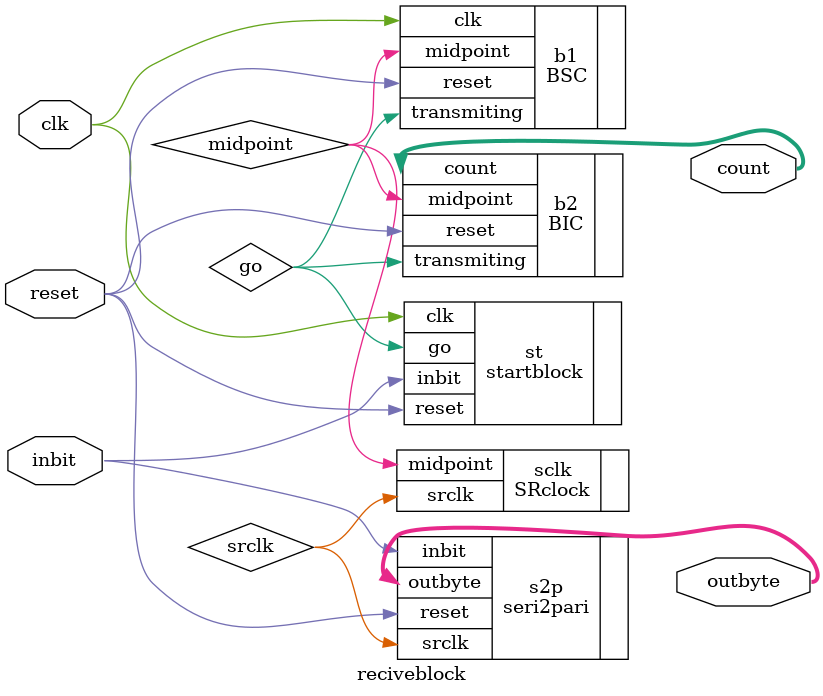
<source format=sv>



module reciveblock(inbit, clk, reset, count, outbyte);
	input logic inbit, clk, reset;
	output logic [3:0] count;
	output logic [7:0] outbyte;
	
	
	logic go, midpoint, srclk;
	
	startblock st (.inbit, .go, .clk, .reset);
	BSC b1 (.clk, .reset, .transmiting(go), .midpoint);
	BIC b2 (.reset, .transmiting(go), .midpoint, .count);
	SRclock sclk (.midpoint, .srclk);
	seri2pari s2p (.srclk, .inbit, .outbyte, .reset);
	
endmodule

</source>
